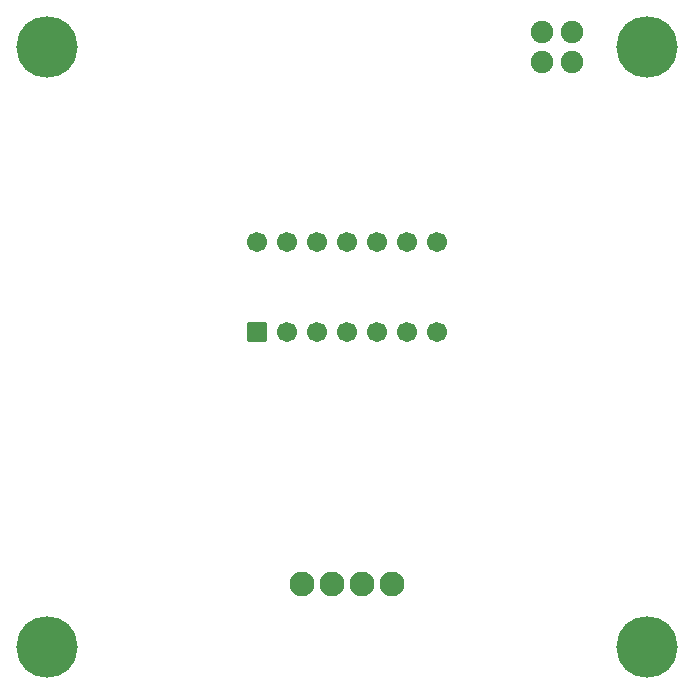
<source format=gbs>
G04 Layer: BottomSolderMaskLayer*
G04 EasyEDA v6.5.22, 2022-11-04 13:25:20*
G04 85924a54d7f443bcb71dc3a66c5b611b,5a6b42c53f6a479593ecc07194224c93,10*
G04 Gerber Generator version 0.2*
G04 Scale: 100 percent, Rotated: No, Reflected: No *
G04 Dimensions in millimeters *
G04 leading zeros omitted , absolute positions ,4 integer and 5 decimal *
%FSLAX45Y45*%
%MOMM*%

%AMMACRO1*1,1,$1,$2,$3*1,1,$1,$4,$5*1,1,$1,0-$2,0-$3*1,1,$1,0-$4,0-$5*20,1,$1,$2,$3,$4,$5,0*20,1,$1,$4,$5,0-$2,0-$3,0*20,1,$1,0-$2,0-$3,0-$4,0-$5,0*20,1,$1,0-$4,0-$5,$2,$3,0*4,1,4,$2,$3,$4,$5,0-$2,0-$3,0-$4,0-$5,$2,$3,0*%
%ADD10MACRO1,0.1016X-0.8001X0.8001X0.8001X0.8001*%
%ADD11C,1.7018*%
%ADD12C,5.2032*%
%ADD13C,1.9016*%
%ADD14C,2.1016*%

%LPD*%
D10*
G01*
X2158994Y3047992D03*
D11*
G01*
X2413000Y3048000D03*
G01*
X3175000Y3048000D03*
G01*
X3429000Y3048000D03*
G01*
X2667000Y3048000D03*
G01*
X2921000Y3048000D03*
G01*
X3683000Y3048000D03*
G01*
X3683000Y3810000D03*
G01*
X3429000Y3810000D03*
G01*
X3175000Y3810000D03*
G01*
X2921000Y3810000D03*
G01*
X2667000Y3810000D03*
G01*
X2413000Y3810000D03*
G01*
X2159000Y3810000D03*
D12*
G01*
X381000Y5461000D03*
G01*
X5461000Y5461000D03*
G01*
X5461000Y381000D03*
G01*
X381000Y381000D03*
D13*
G01*
X4572000Y5588000D03*
G01*
X4572000Y5334000D03*
G01*
X4826000Y5334000D03*
G01*
X4826000Y5588000D03*
D14*
G01*
X3048000Y914400D03*
G01*
X2794000Y914400D03*
G01*
X2540000Y914400D03*
G01*
X3302000Y914400D03*
M02*

</source>
